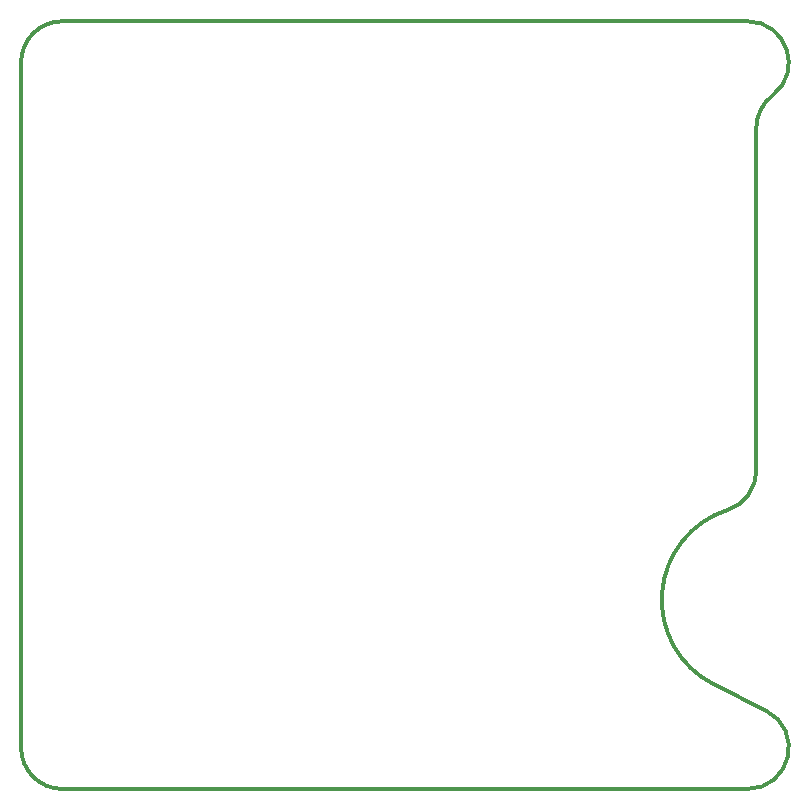
<source format=gbr>
G04 #@! TF.GenerationSoftware,KiCad,Pcbnew,(5.1.8)-1*
G04 #@! TF.CreationDate,2020-12-13T20:51:34-08:00*
G04 #@! TF.ProjectId,IRIS-power,49524953-2d70-46f7-9765-722e6b696361,rev?*
G04 #@! TF.SameCoordinates,Original*
G04 #@! TF.FileFunction,Profile,NP*
%FSLAX46Y46*%
G04 Gerber Fmt 4.6, Leading zero omitted, Abs format (unit mm)*
G04 Created by KiCad (PCBNEW (5.1.8)-1) date 2020-12-13 20:51:34*
%MOMM*%
%LPD*%
G01*
G04 APERTURE LIST*
G04 #@! TA.AperFunction,Profile*
%ADD10C,0.300000*%
G04 #@! TD*
G04 APERTURE END LIST*
D10*
X0Y29000000D02*
X0Y-29000000D01*
X61500000Y-32500000D02*
X3500000Y-32500000D01*
X62249999Y23437851D02*
X62250000Y-5545548D01*
X61500000Y32500000D02*
X3500000Y32500000D01*
X58649485Y-23643969D02*
X63075225Y-25874513D01*
X62250000Y-5545549D02*
G75*
G02*
X59815217Y-8879512I-3500000J1D01*
G01*
X58649484Y-23643969D02*
G75*
G02*
X59815217Y-8879512I3600515J7143969D01*
G01*
X63075225Y-25874514D02*
G75*
G02*
X61500000Y-32500000I-1575225J-3125486D01*
G01*
X3500000Y-32500000D02*
G75*
G02*
X0Y-29000000I0J3500000D01*
G01*
X0Y29000000D02*
G75*
G02*
X3500000Y32500000I3500000J0D01*
G01*
X62250000Y23437851D02*
G75*
G02*
X63625000Y26218925I3500000J0D01*
G01*
X61500000Y32500000D02*
G75*
G02*
X63625000Y26218925I0J-3500000D01*
G01*
M02*

</source>
